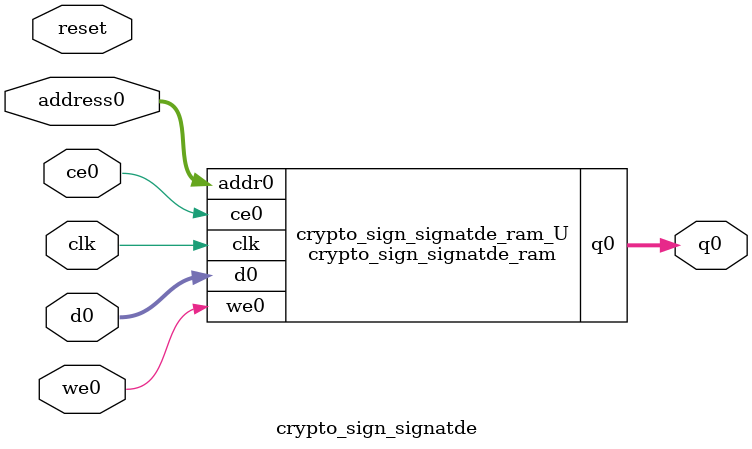
<source format=v>
`timescale 1 ns / 1 ps
module crypto_sign_signatde_ram (addr0, ce0, d0, we0, q0,  clk);

parameter DWIDTH = 32;
parameter AWIDTH = 10;
parameter MEM_SIZE = 1024;

input[AWIDTH-1:0] addr0;
input ce0;
input[DWIDTH-1:0] d0;
input we0;
output reg[DWIDTH-1:0] q0;
input clk;

(* ram_style = "block" *)reg [DWIDTH-1:0] ram[0:MEM_SIZE-1];




always @(posedge clk)  
begin 
    if (ce0) begin
        if (we0) 
            ram[addr0] <= d0; 
        q0 <= ram[addr0];
    end
end


endmodule

`timescale 1 ns / 1 ps
module crypto_sign_signatde(
    reset,
    clk,
    address0,
    ce0,
    we0,
    d0,
    q0);

parameter DataWidth = 32'd32;
parameter AddressRange = 32'd1024;
parameter AddressWidth = 32'd10;
input reset;
input clk;
input[AddressWidth - 1:0] address0;
input ce0;
input we0;
input[DataWidth - 1:0] d0;
output[DataWidth - 1:0] q0;



crypto_sign_signatde_ram crypto_sign_signatde_ram_U(
    .clk( clk ),
    .addr0( address0 ),
    .ce0( ce0 ),
    .we0( we0 ),
    .d0( d0 ),
    .q0( q0 ));

endmodule


</source>
